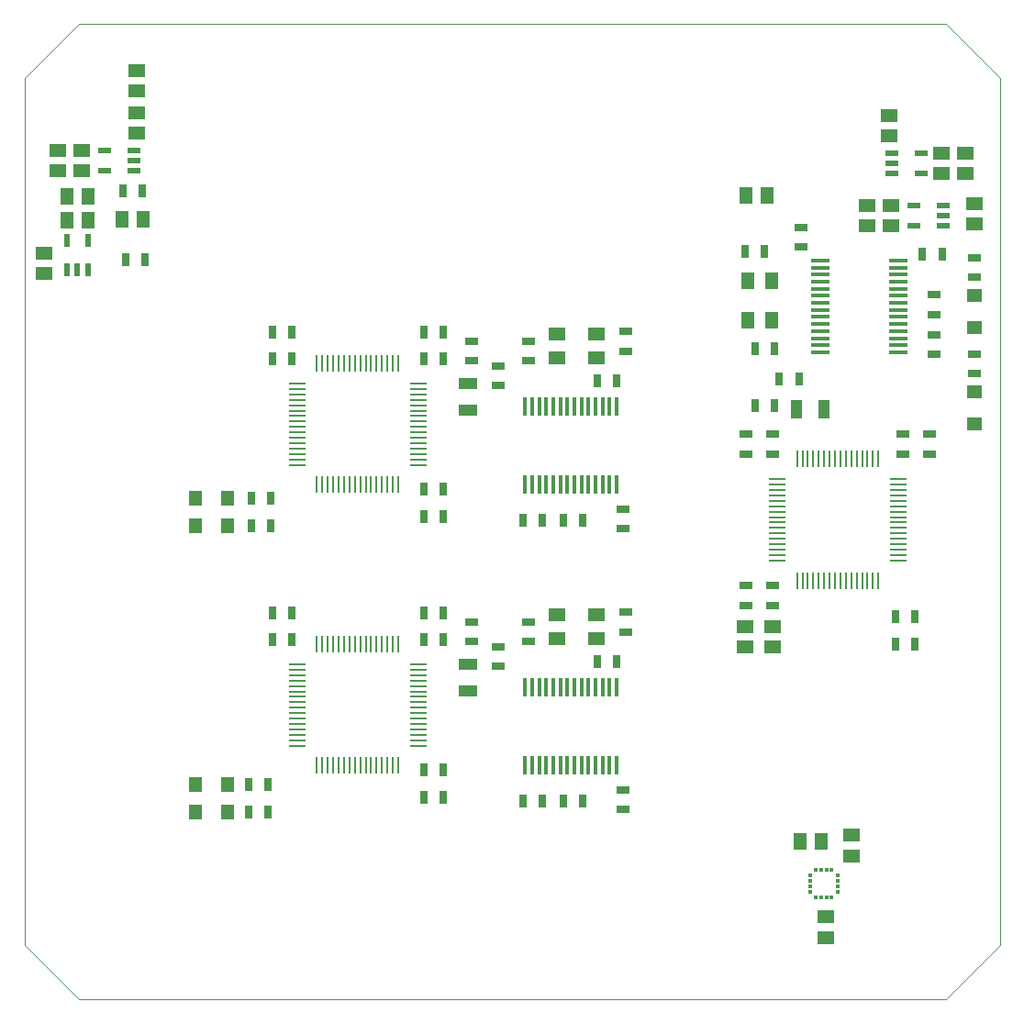
<source format=gtp>
G75*
%MOIN*%
%OFA0B0*%
%FSLAX25Y25*%
%IPPOS*%
%LPD*%
%AMOC8*
5,1,8,0,0,1.08239X$1,22.5*
%
%ADD10R,0.03150X0.04724*%
%ADD11R,0.05118X0.05906*%
%ADD12C,0.00000*%
%ADD13R,0.06102X0.00984*%
%ADD14R,0.00984X0.06102*%
%ADD15R,0.06890X0.01575*%
%ADD16R,0.03937X0.07087*%
%ADD17R,0.04724X0.03150*%
%ADD18R,0.04921X0.06299*%
%ADD19R,0.00984X0.03937*%
%ADD20R,0.03937X0.00984*%
%ADD21R,0.01770X0.01180*%
%ADD22R,0.01180X0.01770*%
%ADD23R,0.05906X0.05118*%
%ADD24R,0.04724X0.02362*%
%ADD25R,0.02362X0.04724*%
%ADD26R,0.05512X0.04724*%
%ADD27R,0.01575X0.06890*%
%ADD28R,0.07087X0.03937*%
%ADD29R,0.06299X0.04921*%
%ADD30R,0.04724X0.05512*%
D10*
X0091754Y0072392D03*
X0098841Y0072392D03*
X0098841Y0082392D03*
X0091754Y0082392D03*
X0100274Y0135014D03*
X0107361Y0135014D03*
X0107361Y0144857D03*
X0100274Y0144857D03*
X0099841Y0176392D03*
X0092754Y0176392D03*
X0092754Y0186392D03*
X0099841Y0186392D03*
X0100274Y0237014D03*
X0107361Y0237014D03*
X0107361Y0246857D03*
X0100274Y0246857D03*
X0054020Y0273162D03*
X0046934Y0273162D03*
X0046082Y0298162D03*
X0053169Y0298162D03*
X0155235Y0246857D03*
X0162321Y0246857D03*
X0162321Y0237014D03*
X0155235Y0237014D03*
X0155235Y0189770D03*
X0162321Y0189770D03*
X0162321Y0179928D03*
X0155235Y0179928D03*
X0155235Y0144857D03*
X0162321Y0144857D03*
X0162321Y0135014D03*
X0155235Y0135014D03*
X0191317Y0178451D03*
X0198404Y0178451D03*
X0205924Y0178451D03*
X0213010Y0178451D03*
X0218325Y0229042D03*
X0225412Y0229042D03*
X0272081Y0276112D03*
X0279168Y0276112D03*
X0275683Y0240679D03*
X0282770Y0240679D03*
X0284542Y0229852D03*
X0291628Y0229852D03*
X0282770Y0220009D03*
X0275683Y0220009D03*
X0336550Y0275128D03*
X0343636Y0275128D03*
X0333841Y0143392D03*
X0326754Y0143392D03*
X0326754Y0133392D03*
X0333841Y0133392D03*
X0225412Y0127042D03*
X0218325Y0127042D03*
X0213010Y0076451D03*
X0205924Y0076451D03*
X0198404Y0076451D03*
X0191317Y0076451D03*
X0162321Y0077928D03*
X0155235Y0077928D03*
X0155235Y0087770D03*
X0162321Y0087770D03*
D11*
X0292157Y0061992D03*
X0299638Y0061992D03*
X0280038Y0296392D03*
X0272557Y0296392D03*
X0053280Y0287844D03*
X0045800Y0287844D03*
X0033288Y0287392D03*
X0025807Y0287392D03*
X0025807Y0296142D03*
X0033288Y0296142D03*
D12*
X0010258Y0338998D02*
X0010258Y0024038D01*
X0029943Y0004353D01*
X0344904Y0004353D01*
X0364589Y0024038D01*
X0364589Y0338998D01*
X0344904Y0358683D01*
X0029943Y0358683D01*
X0010258Y0338998D01*
D13*
X0109250Y0228156D03*
X0109250Y0226187D03*
X0109250Y0224219D03*
X0109250Y0222250D03*
X0109250Y0220282D03*
X0109250Y0218313D03*
X0109250Y0216345D03*
X0109250Y0214376D03*
X0109250Y0212408D03*
X0109250Y0210439D03*
X0109250Y0208471D03*
X0109250Y0206502D03*
X0109250Y0204534D03*
X0109250Y0202565D03*
X0109250Y0200597D03*
X0109250Y0198628D03*
X0153345Y0198628D03*
X0153345Y0200597D03*
X0153345Y0202565D03*
X0153345Y0204534D03*
X0153345Y0206502D03*
X0153345Y0208471D03*
X0153345Y0210439D03*
X0153345Y0212408D03*
X0153345Y0214376D03*
X0153345Y0216345D03*
X0153345Y0218313D03*
X0153345Y0220282D03*
X0153345Y0222250D03*
X0153345Y0224219D03*
X0153345Y0226187D03*
X0153345Y0228156D03*
X0153345Y0126156D03*
X0153345Y0124187D03*
X0153345Y0122219D03*
X0153345Y0120250D03*
X0153345Y0118282D03*
X0153345Y0116313D03*
X0153345Y0114345D03*
X0153345Y0112376D03*
X0153345Y0110408D03*
X0153345Y0108439D03*
X0153345Y0106471D03*
X0153345Y0104502D03*
X0153345Y0102534D03*
X0153345Y0100565D03*
X0153345Y0098597D03*
X0153345Y0096628D03*
X0109250Y0096628D03*
X0109250Y0098597D03*
X0109250Y0100565D03*
X0109250Y0102534D03*
X0109250Y0104502D03*
X0109250Y0106471D03*
X0109250Y0108439D03*
X0109250Y0110408D03*
X0109250Y0112376D03*
X0109250Y0114345D03*
X0109250Y0116313D03*
X0109250Y0118282D03*
X0109250Y0120250D03*
X0109250Y0122219D03*
X0109250Y0124187D03*
X0109250Y0126156D03*
X0283676Y0163907D03*
X0283676Y0165876D03*
X0283676Y0167844D03*
X0283676Y0169813D03*
X0283676Y0171781D03*
X0283676Y0173750D03*
X0283676Y0175718D03*
X0283676Y0177687D03*
X0283676Y0179655D03*
X0283676Y0181624D03*
X0283676Y0183592D03*
X0283676Y0185561D03*
X0283676Y0187529D03*
X0283676Y0189498D03*
X0283676Y0191466D03*
X0283676Y0193435D03*
X0327770Y0193435D03*
X0327770Y0191466D03*
X0327770Y0189498D03*
X0327770Y0187529D03*
X0327770Y0185561D03*
X0327770Y0183592D03*
X0327770Y0181624D03*
X0327770Y0179655D03*
X0327770Y0177687D03*
X0327770Y0175718D03*
X0327770Y0173750D03*
X0327770Y0171781D03*
X0327770Y0169813D03*
X0327770Y0167844D03*
X0327770Y0165876D03*
X0327770Y0163907D03*
D14*
X0320487Y0156624D03*
X0318518Y0156624D03*
X0316550Y0156624D03*
X0314581Y0156624D03*
X0312613Y0156624D03*
X0310644Y0156624D03*
X0308676Y0156624D03*
X0306707Y0156624D03*
X0304739Y0156624D03*
X0302770Y0156624D03*
X0300802Y0156624D03*
X0298833Y0156624D03*
X0296865Y0156624D03*
X0294896Y0156624D03*
X0292928Y0156624D03*
X0290959Y0156624D03*
X0290959Y0200718D03*
X0292928Y0200718D03*
X0294896Y0200718D03*
X0296865Y0200718D03*
X0298833Y0200718D03*
X0300802Y0200718D03*
X0302770Y0200718D03*
X0304739Y0200718D03*
X0306707Y0200718D03*
X0308676Y0200718D03*
X0310644Y0200718D03*
X0312613Y0200718D03*
X0314581Y0200718D03*
X0316550Y0200718D03*
X0318518Y0200718D03*
X0320487Y0200718D03*
X0146061Y0191345D03*
X0144093Y0191345D03*
X0142124Y0191345D03*
X0140156Y0191345D03*
X0138187Y0191345D03*
X0136219Y0191345D03*
X0134250Y0191345D03*
X0132282Y0191345D03*
X0130313Y0191345D03*
X0128345Y0191345D03*
X0126376Y0191345D03*
X0124408Y0191345D03*
X0122439Y0191345D03*
X0120471Y0191345D03*
X0118502Y0191345D03*
X0116534Y0191345D03*
X0116534Y0235439D03*
X0118502Y0235439D03*
X0120471Y0235439D03*
X0122439Y0235439D03*
X0124408Y0235439D03*
X0126376Y0235439D03*
X0128345Y0235439D03*
X0130313Y0235439D03*
X0132282Y0235439D03*
X0134250Y0235439D03*
X0136219Y0235439D03*
X0138187Y0235439D03*
X0140156Y0235439D03*
X0142124Y0235439D03*
X0144093Y0235439D03*
X0146061Y0235439D03*
X0146061Y0133439D03*
X0144093Y0133439D03*
X0142124Y0133439D03*
X0140156Y0133439D03*
X0138187Y0133439D03*
X0136219Y0133439D03*
X0134250Y0133439D03*
X0132282Y0133439D03*
X0130313Y0133439D03*
X0128345Y0133439D03*
X0126376Y0133439D03*
X0124408Y0133439D03*
X0122439Y0133439D03*
X0120471Y0133439D03*
X0118502Y0133439D03*
X0116534Y0133439D03*
X0116534Y0089345D03*
X0118502Y0089345D03*
X0120471Y0089345D03*
X0122439Y0089345D03*
X0124408Y0089345D03*
X0126376Y0089345D03*
X0128345Y0089345D03*
X0130313Y0089345D03*
X0132282Y0089345D03*
X0134250Y0089345D03*
X0136219Y0089345D03*
X0138187Y0089345D03*
X0140156Y0089345D03*
X0142124Y0089345D03*
X0144093Y0089345D03*
X0146061Y0089345D03*
D15*
X0299424Y0239537D03*
X0299424Y0242096D03*
X0299424Y0244655D03*
X0299424Y0247214D03*
X0299424Y0249773D03*
X0299424Y0252332D03*
X0299424Y0254891D03*
X0299424Y0257450D03*
X0299424Y0260009D03*
X0299424Y0262569D03*
X0299424Y0265128D03*
X0299424Y0267687D03*
X0299424Y0270246D03*
X0299424Y0272805D03*
X0327770Y0272805D03*
X0327770Y0270246D03*
X0327770Y0267687D03*
X0327770Y0265128D03*
X0327770Y0262569D03*
X0327770Y0260009D03*
X0327770Y0257450D03*
X0327770Y0254891D03*
X0327770Y0252332D03*
X0327770Y0249773D03*
X0327770Y0247214D03*
X0327770Y0244655D03*
X0327770Y0242096D03*
X0327770Y0239537D03*
D16*
X0300644Y0218671D03*
X0290802Y0218671D03*
D17*
X0282101Y0209694D03*
X0282101Y0202608D03*
X0272258Y0202608D03*
X0272258Y0209694D03*
X0227754Y0182565D03*
X0227754Y0175479D03*
X0228739Y0145034D03*
X0228739Y0137947D03*
X0193306Y0141431D03*
X0193306Y0134345D03*
X0182479Y0132573D03*
X0182479Y0125487D03*
X0172636Y0134345D03*
X0172636Y0141431D03*
X0227754Y0080565D03*
X0227754Y0073479D03*
X0272258Y0147647D03*
X0272258Y0154734D03*
X0282101Y0154734D03*
X0282101Y0147647D03*
X0329345Y0202608D03*
X0329345Y0209694D03*
X0339187Y0209694D03*
X0339187Y0202608D03*
X0355298Y0231849D03*
X0355298Y0238935D03*
X0340664Y0238691D03*
X0340664Y0245777D03*
X0340664Y0253297D03*
X0340664Y0260383D03*
X0355298Y0266849D03*
X0355298Y0273935D03*
X0292435Y0277903D03*
X0292435Y0284990D03*
X0228739Y0247034D03*
X0228739Y0239947D03*
X0193306Y0243431D03*
X0193306Y0236345D03*
X0182479Y0234573D03*
X0182479Y0227487D03*
X0172636Y0236345D03*
X0172636Y0243431D03*
D18*
X0272928Y0251033D03*
X0281589Y0251033D03*
X0281589Y0265600D03*
X0272928Y0265600D03*
D19*
X0218010Y0229042D03*
X0205609Y0178451D03*
X0154465Y0179923D03*
X0154543Y0144787D03*
X0107824Y0144987D03*
X0154465Y0077923D03*
X0205609Y0076451D03*
X0218010Y0127042D03*
X0154543Y0246787D03*
X0107824Y0246987D03*
X0335841Y0275128D03*
D20*
X0340664Y0252982D03*
X0292435Y0277588D03*
X0272328Y0201916D03*
X0227754Y0183274D03*
X0272128Y0155197D03*
X0339192Y0201838D03*
X0227754Y0081274D03*
D21*
X0295577Y0049518D03*
X0295577Y0047550D03*
X0295577Y0045581D03*
X0295577Y0043613D03*
X0305617Y0043613D03*
X0305617Y0045581D03*
X0305617Y0047550D03*
X0305617Y0049518D03*
D22*
X0303550Y0051585D03*
X0301581Y0051585D03*
X0299613Y0051585D03*
X0297644Y0051585D03*
X0297644Y0041546D03*
X0299613Y0041546D03*
X0301581Y0041546D03*
X0303550Y0041546D03*
D23*
X0301472Y0034463D03*
X0301472Y0026983D03*
X0310808Y0056636D03*
X0310808Y0064117D03*
X0281912Y0132502D03*
X0281912Y0139983D03*
X0272069Y0139983D03*
X0272069Y0132502D03*
X0316298Y0285402D03*
X0316298Y0292882D03*
X0325048Y0292882D03*
X0325048Y0285402D03*
X0343298Y0304402D03*
X0343298Y0311882D03*
X0352048Y0311882D03*
X0352048Y0304402D03*
X0355548Y0293632D03*
X0355548Y0286152D03*
X0324548Y0318152D03*
X0324548Y0325632D03*
X0051048Y0326632D03*
X0051048Y0319152D03*
X0051098Y0334352D03*
X0051098Y0341832D03*
X0031048Y0312882D03*
X0031048Y0305402D03*
X0022298Y0305402D03*
X0022298Y0312882D03*
X0017548Y0275632D03*
X0017548Y0268152D03*
D24*
X0039483Y0305402D03*
X0039483Y0312882D03*
X0050113Y0312882D03*
X0050113Y0309142D03*
X0050113Y0305402D03*
X0325483Y0304402D03*
X0325483Y0308142D03*
X0325483Y0311882D03*
X0336113Y0311882D03*
X0336113Y0304402D03*
X0333483Y0292882D03*
X0333483Y0285402D03*
X0344113Y0285402D03*
X0344113Y0289142D03*
X0344113Y0292882D03*
D25*
X0033288Y0280207D03*
X0025807Y0280207D03*
X0025807Y0269577D03*
X0029548Y0269577D03*
X0033288Y0269577D03*
D26*
X0355298Y0260298D03*
X0355298Y0248487D03*
X0355298Y0225298D03*
X0355298Y0213487D03*
D27*
X0225431Y0219691D03*
X0222872Y0219691D03*
X0220313Y0219691D03*
X0217754Y0219691D03*
X0215195Y0219691D03*
X0212636Y0219691D03*
X0210077Y0219691D03*
X0207518Y0219691D03*
X0204959Y0219691D03*
X0202400Y0219691D03*
X0199841Y0219691D03*
X0197282Y0219691D03*
X0194723Y0219691D03*
X0192164Y0219691D03*
X0192164Y0191345D03*
X0194723Y0191345D03*
X0197282Y0191345D03*
X0199841Y0191345D03*
X0202400Y0191345D03*
X0204959Y0191345D03*
X0207518Y0191345D03*
X0210077Y0191345D03*
X0212636Y0191345D03*
X0215195Y0191345D03*
X0217754Y0191345D03*
X0220313Y0191345D03*
X0222872Y0191345D03*
X0225431Y0191345D03*
X0225431Y0117691D03*
X0222872Y0117691D03*
X0220313Y0117691D03*
X0217754Y0117691D03*
X0215195Y0117691D03*
X0212636Y0117691D03*
X0210077Y0117691D03*
X0207518Y0117691D03*
X0204959Y0117691D03*
X0202400Y0117691D03*
X0199841Y0117691D03*
X0197282Y0117691D03*
X0194723Y0117691D03*
X0192164Y0117691D03*
X0192164Y0089345D03*
X0194723Y0089345D03*
X0197282Y0089345D03*
X0199841Y0089345D03*
X0202400Y0089345D03*
X0204959Y0089345D03*
X0207518Y0089345D03*
X0210077Y0089345D03*
X0212636Y0089345D03*
X0215195Y0089345D03*
X0217754Y0089345D03*
X0220313Y0089345D03*
X0222872Y0089345D03*
X0225431Y0089345D03*
D28*
X0171298Y0116471D03*
X0171298Y0126313D03*
X0171298Y0218471D03*
X0171298Y0228313D03*
D29*
X0203660Y0237526D03*
X0203660Y0246187D03*
X0218227Y0246187D03*
X0218227Y0237526D03*
X0218227Y0144187D03*
X0218227Y0135526D03*
X0203660Y0135526D03*
X0203660Y0144187D03*
D30*
X0084203Y0176392D03*
X0084203Y0186392D03*
X0072392Y0186392D03*
X0072392Y0176392D03*
X0072392Y0082392D03*
X0072392Y0072392D03*
X0084203Y0072392D03*
X0084203Y0082392D03*
M02*

</source>
